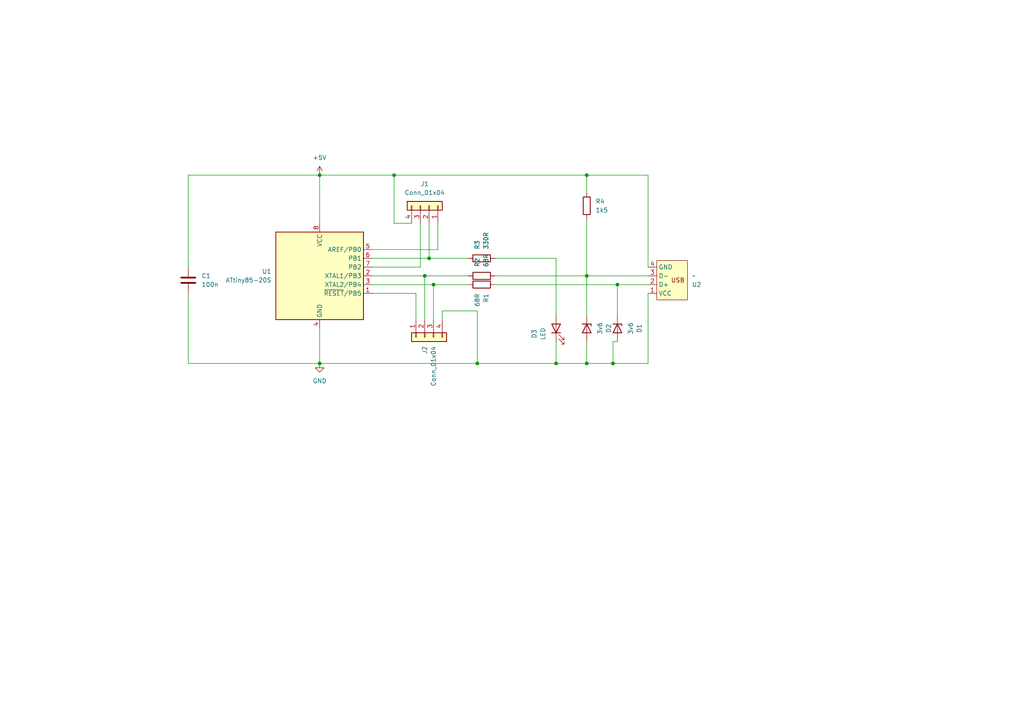
<source format=kicad_sch>
(kicad_sch
	(version 20250114)
	(generator "eeschema")
	(generator_version "9.0")
	(uuid "6dadab69-2da9-4301-8867-a07ba651fca7")
	(paper "A4")
	(lib_symbols
		(symbol "Connector_Generic:Conn_01x04"
			(pin_names
				(offset 1.016)
				(hide yes)
			)
			(exclude_from_sim no)
			(in_bom yes)
			(on_board yes)
			(property "Reference" "J"
				(at 0 5.08 0)
				(effects
					(font
						(size 1.27 1.27)
					)
				)
			)
			(property "Value" "Conn_01x04"
				(at 0 -7.62 0)
				(effects
					(font
						(size 1.27 1.27)
					)
				)
			)
			(property "Footprint" ""
				(at 0 0 0)
				(effects
					(font
						(size 1.27 1.27)
					)
					(hide yes)
				)
			)
			(property "Datasheet" "~"
				(at 0 0 0)
				(effects
					(font
						(size 1.27 1.27)
					)
					(hide yes)
				)
			)
			(property "Description" "Generic connector, single row, 01x04, script generated (kicad-library-utils/schlib/autogen/connector/)"
				(at 0 0 0)
				(effects
					(font
						(size 1.27 1.27)
					)
					(hide yes)
				)
			)
			(property "ki_keywords" "connector"
				(at 0 0 0)
				(effects
					(font
						(size 1.27 1.27)
					)
					(hide yes)
				)
			)
			(property "ki_fp_filters" "Connector*:*_1x??_*"
				(at 0 0 0)
				(effects
					(font
						(size 1.27 1.27)
					)
					(hide yes)
				)
			)
			(symbol "Conn_01x04_1_1"
				(rectangle
					(start -1.27 3.81)
					(end 1.27 -6.35)
					(stroke
						(width 0.254)
						(type default)
					)
					(fill
						(type background)
					)
				)
				(rectangle
					(start -1.27 2.667)
					(end 0 2.413)
					(stroke
						(width 0.1524)
						(type default)
					)
					(fill
						(type none)
					)
				)
				(rectangle
					(start -1.27 0.127)
					(end 0 -0.127)
					(stroke
						(width 0.1524)
						(type default)
					)
					(fill
						(type none)
					)
				)
				(rectangle
					(start -1.27 -2.413)
					(end 0 -2.667)
					(stroke
						(width 0.1524)
						(type default)
					)
					(fill
						(type none)
					)
				)
				(rectangle
					(start -1.27 -4.953)
					(end 0 -5.207)
					(stroke
						(width 0.1524)
						(type default)
					)
					(fill
						(type none)
					)
				)
				(pin passive line
					(at -5.08 2.54 0)
					(length 3.81)
					(name "Pin_1"
						(effects
							(font
								(size 1.27 1.27)
							)
						)
					)
					(number "1"
						(effects
							(font
								(size 1.27 1.27)
							)
						)
					)
				)
				(pin passive line
					(at -5.08 0 0)
					(length 3.81)
					(name "Pin_2"
						(effects
							(font
								(size 1.27 1.27)
							)
						)
					)
					(number "2"
						(effects
							(font
								(size 1.27 1.27)
							)
						)
					)
				)
				(pin passive line
					(at -5.08 -2.54 0)
					(length 3.81)
					(name "Pin_3"
						(effects
							(font
								(size 1.27 1.27)
							)
						)
					)
					(number "3"
						(effects
							(font
								(size 1.27 1.27)
							)
						)
					)
				)
				(pin passive line
					(at -5.08 -5.08 0)
					(length 3.81)
					(name "Pin_4"
						(effects
							(font
								(size 1.27 1.27)
							)
						)
					)
					(number "4"
						(effects
							(font
								(size 1.27 1.27)
							)
						)
					)
				)
			)
			(embedded_fonts no)
		)
		(symbol "Device:C"
			(pin_numbers
				(hide yes)
			)
			(pin_names
				(offset 0.254)
			)
			(exclude_from_sim no)
			(in_bom yes)
			(on_board yes)
			(property "Reference" "C"
				(at 0.635 2.54 0)
				(effects
					(font
						(size 1.27 1.27)
					)
					(justify left)
				)
			)
			(property "Value" "C"
				(at 0.635 -2.54 0)
				(effects
					(font
						(size 1.27 1.27)
					)
					(justify left)
				)
			)
			(property "Footprint" ""
				(at 0.9652 -3.81 0)
				(effects
					(font
						(size 1.27 1.27)
					)
					(hide yes)
				)
			)
			(property "Datasheet" "~"
				(at 0 0 0)
				(effects
					(font
						(size 1.27 1.27)
					)
					(hide yes)
				)
			)
			(property "Description" "Unpolarized capacitor"
				(at 0 0 0)
				(effects
					(font
						(size 1.27 1.27)
					)
					(hide yes)
				)
			)
			(property "ki_keywords" "cap capacitor"
				(at 0 0 0)
				(effects
					(font
						(size 1.27 1.27)
					)
					(hide yes)
				)
			)
			(property "ki_fp_filters" "C_*"
				(at 0 0 0)
				(effects
					(font
						(size 1.27 1.27)
					)
					(hide yes)
				)
			)
			(symbol "C_0_1"
				(polyline
					(pts
						(xy -2.032 0.762) (xy 2.032 0.762)
					)
					(stroke
						(width 0.508)
						(type default)
					)
					(fill
						(type none)
					)
				)
				(polyline
					(pts
						(xy -2.032 -0.762) (xy 2.032 -0.762)
					)
					(stroke
						(width 0.508)
						(type default)
					)
					(fill
						(type none)
					)
				)
			)
			(symbol "C_1_1"
				(pin passive line
					(at 0 3.81 270)
					(length 2.794)
					(name "~"
						(effects
							(font
								(size 1.27 1.27)
							)
						)
					)
					(number "1"
						(effects
							(font
								(size 1.27 1.27)
							)
						)
					)
				)
				(pin passive line
					(at 0 -3.81 90)
					(length 2.794)
					(name "~"
						(effects
							(font
								(size 1.27 1.27)
							)
						)
					)
					(number "2"
						(effects
							(font
								(size 1.27 1.27)
							)
						)
					)
				)
			)
			(embedded_fonts no)
		)
		(symbol "Device:D_Zener"
			(pin_numbers
				(hide yes)
			)
			(pin_names
				(offset 1.016)
				(hide yes)
			)
			(exclude_from_sim no)
			(in_bom yes)
			(on_board yes)
			(property "Reference" "D"
				(at 0 2.54 0)
				(effects
					(font
						(size 1.27 1.27)
					)
				)
			)
			(property "Value" "D_Zener"
				(at 0 -2.54 0)
				(effects
					(font
						(size 1.27 1.27)
					)
				)
			)
			(property "Footprint" ""
				(at 0 0 0)
				(effects
					(font
						(size 1.27 1.27)
					)
					(hide yes)
				)
			)
			(property "Datasheet" "~"
				(at 0 0 0)
				(effects
					(font
						(size 1.27 1.27)
					)
					(hide yes)
				)
			)
			(property "Description" "Zener diode"
				(at 0 0 0)
				(effects
					(font
						(size 1.27 1.27)
					)
					(hide yes)
				)
			)
			(property "ki_keywords" "diode"
				(at 0 0 0)
				(effects
					(font
						(size 1.27 1.27)
					)
					(hide yes)
				)
			)
			(property "ki_fp_filters" "TO-???* *_Diode_* *SingleDiode* D_*"
				(at 0 0 0)
				(effects
					(font
						(size 1.27 1.27)
					)
					(hide yes)
				)
			)
			(symbol "D_Zener_0_1"
				(polyline
					(pts
						(xy -1.27 -1.27) (xy -1.27 1.27) (xy -0.762 1.27)
					)
					(stroke
						(width 0.254)
						(type default)
					)
					(fill
						(type none)
					)
				)
				(polyline
					(pts
						(xy 1.27 0) (xy -1.27 0)
					)
					(stroke
						(width 0)
						(type default)
					)
					(fill
						(type none)
					)
				)
				(polyline
					(pts
						(xy 1.27 -1.27) (xy 1.27 1.27) (xy -1.27 0) (xy 1.27 -1.27)
					)
					(stroke
						(width 0.254)
						(type default)
					)
					(fill
						(type none)
					)
				)
			)
			(symbol "D_Zener_1_1"
				(pin passive line
					(at -3.81 0 0)
					(length 2.54)
					(name "K"
						(effects
							(font
								(size 1.27 1.27)
							)
						)
					)
					(number "1"
						(effects
							(font
								(size 1.27 1.27)
							)
						)
					)
				)
				(pin passive line
					(at 3.81 0 180)
					(length 2.54)
					(name "A"
						(effects
							(font
								(size 1.27 1.27)
							)
						)
					)
					(number "2"
						(effects
							(font
								(size 1.27 1.27)
							)
						)
					)
				)
			)
			(embedded_fonts no)
		)
		(symbol "Device:LED"
			(pin_numbers
				(hide yes)
			)
			(pin_names
				(offset 1.016)
				(hide yes)
			)
			(exclude_from_sim no)
			(in_bom yes)
			(on_board yes)
			(property "Reference" "D"
				(at 0 2.54 0)
				(effects
					(font
						(size 1.27 1.27)
					)
				)
			)
			(property "Value" "LED"
				(at 0 -2.54 0)
				(effects
					(font
						(size 1.27 1.27)
					)
				)
			)
			(property "Footprint" ""
				(at 0 0 0)
				(effects
					(font
						(size 1.27 1.27)
					)
					(hide yes)
				)
			)
			(property "Datasheet" "~"
				(at 0 0 0)
				(effects
					(font
						(size 1.27 1.27)
					)
					(hide yes)
				)
			)
			(property "Description" "Light emitting diode"
				(at 0 0 0)
				(effects
					(font
						(size 1.27 1.27)
					)
					(hide yes)
				)
			)
			(property "Sim.Pins" "1=K 2=A"
				(at 0 0 0)
				(effects
					(font
						(size 1.27 1.27)
					)
					(hide yes)
				)
			)
			(property "ki_keywords" "LED diode"
				(at 0 0 0)
				(effects
					(font
						(size 1.27 1.27)
					)
					(hide yes)
				)
			)
			(property "ki_fp_filters" "LED* LED_SMD:* LED_THT:*"
				(at 0 0 0)
				(effects
					(font
						(size 1.27 1.27)
					)
					(hide yes)
				)
			)
			(symbol "LED_0_1"
				(polyline
					(pts
						(xy -3.048 -0.762) (xy -4.572 -2.286) (xy -3.81 -2.286) (xy -4.572 -2.286) (xy -4.572 -1.524)
					)
					(stroke
						(width 0)
						(type default)
					)
					(fill
						(type none)
					)
				)
				(polyline
					(pts
						(xy -1.778 -0.762) (xy -3.302 -2.286) (xy -2.54 -2.286) (xy -3.302 -2.286) (xy -3.302 -1.524)
					)
					(stroke
						(width 0)
						(type default)
					)
					(fill
						(type none)
					)
				)
				(polyline
					(pts
						(xy -1.27 0) (xy 1.27 0)
					)
					(stroke
						(width 0)
						(type default)
					)
					(fill
						(type none)
					)
				)
				(polyline
					(pts
						(xy -1.27 -1.27) (xy -1.27 1.27)
					)
					(stroke
						(width 0.254)
						(type default)
					)
					(fill
						(type none)
					)
				)
				(polyline
					(pts
						(xy 1.27 -1.27) (xy 1.27 1.27) (xy -1.27 0) (xy 1.27 -1.27)
					)
					(stroke
						(width 0.254)
						(type default)
					)
					(fill
						(type none)
					)
				)
			)
			(symbol "LED_1_1"
				(pin passive line
					(at -3.81 0 0)
					(length 2.54)
					(name "K"
						(effects
							(font
								(size 1.27 1.27)
							)
						)
					)
					(number "1"
						(effects
							(font
								(size 1.27 1.27)
							)
						)
					)
				)
				(pin passive line
					(at 3.81 0 180)
					(length 2.54)
					(name "A"
						(effects
							(font
								(size 1.27 1.27)
							)
						)
					)
					(number "2"
						(effects
							(font
								(size 1.27 1.27)
							)
						)
					)
				)
			)
			(embedded_fonts no)
		)
		(symbol "Device:R"
			(pin_numbers
				(hide yes)
			)
			(pin_names
				(offset 0)
			)
			(exclude_from_sim no)
			(in_bom yes)
			(on_board yes)
			(property "Reference" "R"
				(at 2.032 0 90)
				(effects
					(font
						(size 1.27 1.27)
					)
				)
			)
			(property "Value" "R"
				(at 0 0 90)
				(effects
					(font
						(size 1.27 1.27)
					)
				)
			)
			(property "Footprint" ""
				(at -1.778 0 90)
				(effects
					(font
						(size 1.27 1.27)
					)
					(hide yes)
				)
			)
			(property "Datasheet" "~"
				(at 0 0 0)
				(effects
					(font
						(size 1.27 1.27)
					)
					(hide yes)
				)
			)
			(property "Description" "Resistor"
				(at 0 0 0)
				(effects
					(font
						(size 1.27 1.27)
					)
					(hide yes)
				)
			)
			(property "ki_keywords" "R res resistor"
				(at 0 0 0)
				(effects
					(font
						(size 1.27 1.27)
					)
					(hide yes)
				)
			)
			(property "ki_fp_filters" "R_*"
				(at 0 0 0)
				(effects
					(font
						(size 1.27 1.27)
					)
					(hide yes)
				)
			)
			(symbol "R_0_1"
				(rectangle
					(start -1.016 -2.54)
					(end 1.016 2.54)
					(stroke
						(width 0.254)
						(type default)
					)
					(fill
						(type none)
					)
				)
			)
			(symbol "R_1_1"
				(pin passive line
					(at 0 3.81 270)
					(length 1.27)
					(name "~"
						(effects
							(font
								(size 1.27 1.27)
							)
						)
					)
					(number "1"
						(effects
							(font
								(size 1.27 1.27)
							)
						)
					)
				)
				(pin passive line
					(at 0 -3.81 90)
					(length 1.27)
					(name "~"
						(effects
							(font
								(size 1.27 1.27)
							)
						)
					)
					(number "2"
						(effects
							(font
								(size 1.27 1.27)
							)
						)
					)
				)
			)
			(embedded_fonts no)
		)
		(symbol "MCU_Microchip_ATtiny:ATtiny85-20S"
			(exclude_from_sim no)
			(in_bom yes)
			(on_board yes)
			(property "Reference" "U"
				(at -12.7 13.97 0)
				(effects
					(font
						(size 1.27 1.27)
					)
					(justify left bottom)
				)
			)
			(property "Value" "ATtiny85-20S"
				(at 2.54 -13.97 0)
				(effects
					(font
						(size 1.27 1.27)
					)
					(justify left top)
				)
			)
			(property "Footprint" "Package_SO:SOIC-8_5.3x5.3mm_P1.27mm"
				(at 0 0 0)
				(effects
					(font
						(size 1.27 1.27)
						(italic yes)
					)
					(hide yes)
				)
			)
			(property "Datasheet" "http://ww1.microchip.com/downloads/en/DeviceDoc/atmel-2586-avr-8-bit-microcontroller-attiny25-attiny45-attiny85_datasheet.pdf"
				(at 0 0 0)
				(effects
					(font
						(size 1.27 1.27)
					)
					(hide yes)
				)
			)
			(property "Description" "20MHz, 8kB Flash, 512B SRAM, 512B EEPROM, debugWIRE, SOIC-8"
				(at 0 0 0)
				(effects
					(font
						(size 1.27 1.27)
					)
					(hide yes)
				)
			)
			(property "ki_keywords" "AVR 8bit Microcontroller tinyAVR"
				(at 0 0 0)
				(effects
					(font
						(size 1.27 1.27)
					)
					(hide yes)
				)
			)
			(property "ki_fp_filters" "*SOIC*5.3x5.3mm*P1.27mm*"
				(at 0 0 0)
				(effects
					(font
						(size 1.27 1.27)
					)
					(hide yes)
				)
			)
			(symbol "ATtiny85-20S_0_1"
				(rectangle
					(start -12.7 -12.7)
					(end 12.7 12.7)
					(stroke
						(width 0.254)
						(type default)
					)
					(fill
						(type background)
					)
				)
			)
			(symbol "ATtiny85-20S_1_1"
				(pin power_in line
					(at 0 15.24 270)
					(length 2.54)
					(name "VCC"
						(effects
							(font
								(size 1.27 1.27)
							)
						)
					)
					(number "8"
						(effects
							(font
								(size 1.27 1.27)
							)
						)
					)
				)
				(pin power_in line
					(at 0 -15.24 90)
					(length 2.54)
					(name "GND"
						(effects
							(font
								(size 1.27 1.27)
							)
						)
					)
					(number "4"
						(effects
							(font
								(size 1.27 1.27)
							)
						)
					)
				)
				(pin bidirectional line
					(at 15.24 7.62 180)
					(length 2.54)
					(name "AREF/PB0"
						(effects
							(font
								(size 1.27 1.27)
							)
						)
					)
					(number "5"
						(effects
							(font
								(size 1.27 1.27)
							)
						)
					)
				)
				(pin bidirectional line
					(at 15.24 5.08 180)
					(length 2.54)
					(name "PB1"
						(effects
							(font
								(size 1.27 1.27)
							)
						)
					)
					(number "6"
						(effects
							(font
								(size 1.27 1.27)
							)
						)
					)
				)
				(pin bidirectional line
					(at 15.24 2.54 180)
					(length 2.54)
					(name "PB2"
						(effects
							(font
								(size 1.27 1.27)
							)
						)
					)
					(number "7"
						(effects
							(font
								(size 1.27 1.27)
							)
						)
					)
				)
				(pin bidirectional line
					(at 15.24 0 180)
					(length 2.54)
					(name "XTAL1/PB3"
						(effects
							(font
								(size 1.27 1.27)
							)
						)
					)
					(number "2"
						(effects
							(font
								(size 1.27 1.27)
							)
						)
					)
				)
				(pin bidirectional line
					(at 15.24 -2.54 180)
					(length 2.54)
					(name "XTAL2/PB4"
						(effects
							(font
								(size 1.27 1.27)
							)
						)
					)
					(number "3"
						(effects
							(font
								(size 1.27 1.27)
							)
						)
					)
				)
				(pin bidirectional line
					(at 15.24 -5.08 180)
					(length 2.54)
					(name "~{RESET}/PB5"
						(effects
							(font
								(size 1.27 1.27)
							)
						)
					)
					(number "1"
						(effects
							(font
								(size 1.27 1.27)
							)
						)
					)
				)
			)
			(embedded_fonts no)
		)
		(symbol "my_cust_symb:PCB_USB_connector"
			(exclude_from_sim no)
			(in_bom yes)
			(on_board yes)
			(property "Reference" "U"
				(at 0 0 0)
				(effects
					(font
						(size 1.27 1.27)
					)
				)
			)
			(property "Value" ""
				(at 0 0 0)
				(effects
					(font
						(size 1.27 1.27)
					)
				)
			)
			(property "Footprint" ""
				(at 0 0 0)
				(effects
					(font
						(size 1.27 1.27)
					)
					(hide yes)
				)
			)
			(property "Datasheet" ""
				(at 0 0 0)
				(effects
					(font
						(size 1.27 1.27)
					)
					(hide yes)
				)
			)
			(property "Description" ""
				(at 0 0 0)
				(effects
					(font
						(size 1.27 1.27)
					)
					(hide yes)
				)
			)
			(symbol "PCB_USB_connector_1_1"
				(rectangle
					(start 2.54 5.715)
					(end 11.43 -5.715)
					(stroke
						(width 0)
						(type solid)
					)
					(fill
						(type background)
					)
				)
				(text "USB\n"
					(at 8.636 0 0)
					(effects
						(font
							(size 1.27 1.27)
						)
					)
				)
				(pin power_in line
					(at 0 3.81 0)
					(length 2.54)
					(name "VCC"
						(effects
							(font
								(size 1.27 1.27)
							)
						)
					)
					(number "1"
						(effects
							(font
								(size 1.27 1.27)
							)
						)
					)
				)
				(pin bidirectional line
					(at 0 1.27 0)
					(length 2.54)
					(name "D+"
						(effects
							(font
								(size 1.27 1.27)
							)
						)
					)
					(number "2"
						(effects
							(font
								(size 1.27 1.27)
							)
						)
					)
				)
				(pin bidirectional line
					(at 0 -1.27 0)
					(length 2.54)
					(name "D-"
						(effects
							(font
								(size 1.27 1.27)
							)
						)
					)
					(number "3"
						(effects
							(font
								(size 1.27 1.27)
							)
						)
					)
				)
				(pin power_in line
					(at 0 -3.81 0)
					(length 2.54)
					(name "GND"
						(effects
							(font
								(size 1.27 1.27)
							)
						)
					)
					(number "4"
						(effects
							(font
								(size 1.27 1.27)
							)
						)
					)
				)
			)
			(embedded_fonts no)
		)
		(symbol "power:+5V"
			(power)
			(pin_numbers
				(hide yes)
			)
			(pin_names
				(offset 0)
				(hide yes)
			)
			(exclude_from_sim no)
			(in_bom yes)
			(on_board yes)
			(property "Reference" "#PWR"
				(at 0 -3.81 0)
				(effects
					(font
						(size 1.27 1.27)
					)
					(hide yes)
				)
			)
			(property "Value" "+5V"
				(at 0 3.556 0)
				(effects
					(font
						(size 1.27 1.27)
					)
				)
			)
			(property "Footprint" ""
				(at 0 0 0)
				(effects
					(font
						(size 1.27 1.27)
					)
					(hide yes)
				)
			)
			(property "Datasheet" ""
				(at 0 0 0)
				(effects
					(font
						(size 1.27 1.27)
					)
					(hide yes)
				)
			)
			(property "Description" "Power symbol creates a global label with name \"+5V\""
				(at 0 0 0)
				(effects
					(font
						(size 1.27 1.27)
					)
					(hide yes)
				)
			)
			(property "ki_keywords" "global power"
				(at 0 0 0)
				(effects
					(font
						(size 1.27 1.27)
					)
					(hide yes)
				)
			)
			(symbol "+5V_0_1"
				(polyline
					(pts
						(xy -0.762 1.27) (xy 0 2.54)
					)
					(stroke
						(width 0)
						(type default)
					)
					(fill
						(type none)
					)
				)
				(polyline
					(pts
						(xy 0 2.54) (xy 0.762 1.27)
					)
					(stroke
						(width 0)
						(type default)
					)
					(fill
						(type none)
					)
				)
				(polyline
					(pts
						(xy 0 0) (xy 0 2.54)
					)
					(stroke
						(width 0)
						(type default)
					)
					(fill
						(type none)
					)
				)
			)
			(symbol "+5V_1_1"
				(pin power_in line
					(at 0 0 90)
					(length 0)
					(name "~"
						(effects
							(font
								(size 1.27 1.27)
							)
						)
					)
					(number "1"
						(effects
							(font
								(size 1.27 1.27)
							)
						)
					)
				)
			)
			(embedded_fonts no)
		)
		(symbol "power:GND"
			(power)
			(pin_numbers
				(hide yes)
			)
			(pin_names
				(offset 0)
				(hide yes)
			)
			(exclude_from_sim no)
			(in_bom yes)
			(on_board yes)
			(property "Reference" "#PWR"
				(at 0 -6.35 0)
				(effects
					(font
						(size 1.27 1.27)
					)
					(hide yes)
				)
			)
			(property "Value" "GND"
				(at 0 -3.81 0)
				(effects
					(font
						(size 1.27 1.27)
					)
				)
			)
			(property "Footprint" ""
				(at 0 0 0)
				(effects
					(font
						(size 1.27 1.27)
					)
					(hide yes)
				)
			)
			(property "Datasheet" ""
				(at 0 0 0)
				(effects
					(font
						(size 1.27 1.27)
					)
					(hide yes)
				)
			)
			(property "Description" "Power symbol creates a global label with name \"GND\" , ground"
				(at 0 0 0)
				(effects
					(font
						(size 1.27 1.27)
					)
					(hide yes)
				)
			)
			(property "ki_keywords" "global power"
				(at 0 0 0)
				(effects
					(font
						(size 1.27 1.27)
					)
					(hide yes)
				)
			)
			(symbol "GND_0_1"
				(polyline
					(pts
						(xy 0 0) (xy 0 -1.27) (xy 1.27 -1.27) (xy 0 -2.54) (xy -1.27 -1.27) (xy 0 -1.27)
					)
					(stroke
						(width 0)
						(type default)
					)
					(fill
						(type none)
					)
				)
			)
			(symbol "GND_1_1"
				(pin power_in line
					(at 0 0 270)
					(length 0)
					(name "~"
						(effects
							(font
								(size 1.27 1.27)
							)
						)
					)
					(number "1"
						(effects
							(font
								(size 1.27 1.27)
							)
						)
					)
				)
			)
			(embedded_fonts no)
		)
	)
	(junction
		(at 138.43 105.41)
		(diameter 0)
		(color 0 0 0 0)
		(uuid "224a7958-3607-42a9-b7ec-6f3c5616b598")
	)
	(junction
		(at 92.71 50.8)
		(diameter 0)
		(color 0 0 0 0)
		(uuid "33c46cfc-cf7e-4958-a4e3-ba511d315c24")
	)
	(junction
		(at 92.71 105.41)
		(diameter 0)
		(color 0 0 0 0)
		(uuid "35e1737a-49dc-4861-93bf-e12f0aaf86de")
	)
	(junction
		(at 170.18 50.8)
		(diameter 0)
		(color 0 0 0 0)
		(uuid "380a9ee8-3dcd-4b91-a60c-6895779cb31d")
	)
	(junction
		(at 161.29 105.41)
		(diameter 0)
		(color 0 0 0 0)
		(uuid "3cb36dff-9c81-45ff-bf5e-59713e19cb60")
	)
	(junction
		(at 125.73 82.55)
		(diameter 0)
		(color 0 0 0 0)
		(uuid "42bcacc1-082a-4ec5-9d47-336d239c15fe")
	)
	(junction
		(at 170.18 80.01)
		(diameter 0)
		(color 0 0 0 0)
		(uuid "510c0b95-9bc2-4b55-b49f-228a74e08d39")
	)
	(junction
		(at 123.19 80.01)
		(diameter 0)
		(color 0 0 0 0)
		(uuid "54662ffe-b21f-4686-a9c8-5b842c3d00fb")
	)
	(junction
		(at 170.18 105.41)
		(diameter 0)
		(color 0 0 0 0)
		(uuid "94fbfa72-3b7b-4f23-ac4c-2bce1b9f69ec")
	)
	(junction
		(at 179.07 82.55)
		(diameter 0)
		(color 0 0 0 0)
		(uuid "b0fe6fa3-1bb9-42de-8b70-c39318d5c1f2")
	)
	(junction
		(at 124.46 74.93)
		(diameter 0)
		(color 0 0 0 0)
		(uuid "b52eb127-9841-47c2-8cfc-990a55471f3a")
	)
	(junction
		(at 114.3 50.8)
		(diameter 0)
		(color 0 0 0 0)
		(uuid "c2b77822-5a1b-4ece-9b0e-a6961db3026e")
	)
	(junction
		(at 177.8 105.41)
		(diameter 0)
		(color 0 0 0 0)
		(uuid "f16ca4d4-5c8b-4454-9423-35a0a1141a63")
	)
	(wire
		(pts
			(xy 125.73 82.55) (xy 135.89 82.55)
		)
		(stroke
			(width 0)
			(type default)
		)
		(uuid "0801d08a-b704-4de3-8797-0a0706a10d84")
	)
	(wire
		(pts
			(xy 54.61 85.09) (xy 54.61 105.41)
		)
		(stroke
			(width 0)
			(type default)
		)
		(uuid "171d6ac9-a851-477e-9ca8-0460361537df")
	)
	(wire
		(pts
			(xy 143.51 80.01) (xy 170.18 80.01)
		)
		(stroke
			(width 0)
			(type default)
		)
		(uuid "18044bc7-b926-4f9d-bf2a-f85cc87ad4a5")
	)
	(wire
		(pts
			(xy 177.8 105.41) (xy 170.18 105.41)
		)
		(stroke
			(width 0)
			(type default)
		)
		(uuid "1ca1d9bd-c8c5-4edf-983a-c0d95d4feaee")
	)
	(wire
		(pts
			(xy 170.18 63.5) (xy 170.18 80.01)
		)
		(stroke
			(width 0)
			(type default)
		)
		(uuid "2092a3b8-a2eb-4184-a67f-be583d5215cb")
	)
	(wire
		(pts
			(xy 143.51 82.55) (xy 179.07 82.55)
		)
		(stroke
			(width 0)
			(type default)
		)
		(uuid "21f6881a-255f-4f6d-9525-b5372c32c9e5")
	)
	(wire
		(pts
			(xy 187.96 50.8) (xy 170.18 50.8)
		)
		(stroke
			(width 0)
			(type default)
		)
		(uuid "303d1840-7e01-43ea-a312-2830ebb53932")
	)
	(wire
		(pts
			(xy 138.43 90.17) (xy 138.43 105.41)
		)
		(stroke
			(width 0)
			(type default)
		)
		(uuid "31d4c813-aeb1-40e8-b552-73d0e7b542a5")
	)
	(wire
		(pts
			(xy 120.65 85.09) (xy 107.95 85.09)
		)
		(stroke
			(width 0)
			(type default)
		)
		(uuid "33186e8f-f00e-4107-bcde-39df682bbab8")
	)
	(wire
		(pts
			(xy 92.71 50.8) (xy 92.71 64.77)
		)
		(stroke
			(width 0)
			(type default)
		)
		(uuid "4c736834-628c-441a-80f1-4d9c16aca764")
	)
	(wire
		(pts
			(xy 107.95 74.93) (xy 124.46 74.93)
		)
		(stroke
			(width 0)
			(type default)
		)
		(uuid "575a7159-527a-44d5-998f-8eeb556ad645")
	)
	(wire
		(pts
			(xy 119.38 64.77) (xy 114.3 64.77)
		)
		(stroke
			(width 0)
			(type default)
		)
		(uuid "590d1a49-dcae-4f2d-834a-e8458230cf0e")
	)
	(wire
		(pts
			(xy 121.92 64.77) (xy 121.92 77.47)
		)
		(stroke
			(width 0)
			(type default)
		)
		(uuid "5d081dd7-a0e2-41a9-82d3-64b127ab88e0")
	)
	(wire
		(pts
			(xy 125.73 82.55) (xy 125.73 92.71)
		)
		(stroke
			(width 0)
			(type default)
		)
		(uuid "637de2fe-d173-47a8-af4d-d4ebff9edbcf")
	)
	(wire
		(pts
			(xy 124.46 64.77) (xy 124.46 74.93)
		)
		(stroke
			(width 0)
			(type default)
		)
		(uuid "669cdf70-0234-469d-85f0-d9e161ae2cab")
	)
	(wire
		(pts
			(xy 127 64.77) (xy 127 72.39)
		)
		(stroke
			(width 0)
			(type default)
		)
		(uuid "69783dd9-f0c9-431d-88d6-107b38c8c03c")
	)
	(wire
		(pts
			(xy 121.92 77.47) (xy 107.95 77.47)
		)
		(stroke
			(width 0)
			(type default)
		)
		(uuid "69b09e52-90a3-49f1-bcd6-f5ee538703cd")
	)
	(wire
		(pts
			(xy 170.18 80.01) (xy 170.18 91.44)
		)
		(stroke
			(width 0)
			(type default)
		)
		(uuid "6e9aa3f7-e31b-49ac-a8d0-73e2960b43f3")
	)
	(wire
		(pts
			(xy 54.61 50.8) (xy 92.71 50.8)
		)
		(stroke
			(width 0)
			(type default)
		)
		(uuid "6fc9967b-dc1c-4f76-bc2b-beb190a4a3d0")
	)
	(wire
		(pts
			(xy 177.8 99.06) (xy 179.07 99.06)
		)
		(stroke
			(width 0)
			(type default)
		)
		(uuid "7ce0bd17-2bbd-418d-82ae-286d8ce8a551")
	)
	(wire
		(pts
			(xy 92.71 105.41) (xy 138.43 105.41)
		)
		(stroke
			(width 0)
			(type default)
		)
		(uuid "7e65f085-8a86-47e1-af49-6f45b4e1586f")
	)
	(wire
		(pts
			(xy 107.95 80.01) (xy 123.19 80.01)
		)
		(stroke
			(width 0)
			(type default)
		)
		(uuid "821b671d-2ada-41cb-85da-9eb2678c8df3")
	)
	(wire
		(pts
			(xy 92.71 95.25) (xy 92.71 105.41)
		)
		(stroke
			(width 0)
			(type default)
		)
		(uuid "87f6425d-9afb-488f-b04c-0ca3b1093c12")
	)
	(wire
		(pts
			(xy 177.8 105.41) (xy 187.96 105.41)
		)
		(stroke
			(width 0)
			(type default)
		)
		(uuid "89950261-de88-4944-b7a7-38718f1b3a8a")
	)
	(wire
		(pts
			(xy 170.18 80.01) (xy 187.96 80.01)
		)
		(stroke
			(width 0)
			(type default)
		)
		(uuid "8ce7c824-b44d-4a72-8187-53b827edf2c6")
	)
	(wire
		(pts
			(xy 127 72.39) (xy 107.95 72.39)
		)
		(stroke
			(width 0)
			(type default)
		)
		(uuid "8db7c3ae-da10-4fad-a76e-f7959dd765a4")
	)
	(wire
		(pts
			(xy 128.27 90.17) (xy 138.43 90.17)
		)
		(stroke
			(width 0)
			(type default)
		)
		(uuid "8edcae55-cf56-4e0e-a016-cac7f02ecf81")
	)
	(wire
		(pts
			(xy 161.29 74.93) (xy 161.29 91.44)
		)
		(stroke
			(width 0)
			(type default)
		)
		(uuid "92d9955d-ea87-412f-a9e6-76b40f8a6a2d")
	)
	(wire
		(pts
			(xy 161.29 99.06) (xy 161.29 105.41)
		)
		(stroke
			(width 0)
			(type default)
		)
		(uuid "990e7464-9980-48e8-9518-bd31a2fe4bcc")
	)
	(wire
		(pts
			(xy 123.19 80.01) (xy 123.19 92.71)
		)
		(stroke
			(width 0)
			(type default)
		)
		(uuid "9f7aa710-40ec-48f9-8fb0-6b8d8dea5bab")
	)
	(wire
		(pts
			(xy 138.43 105.41) (xy 161.29 105.41)
		)
		(stroke
			(width 0)
			(type default)
		)
		(uuid "a22d549a-35aa-4a11-8297-18267b7fc20e")
	)
	(wire
		(pts
			(xy 179.07 82.55) (xy 179.07 91.44)
		)
		(stroke
			(width 0)
			(type default)
		)
		(uuid "a74be36e-6dfb-42c9-97fe-6bbe41563fe4")
	)
	(wire
		(pts
			(xy 123.19 80.01) (xy 135.89 80.01)
		)
		(stroke
			(width 0)
			(type default)
		)
		(uuid "b78ff985-940f-498b-91d1-e4a2645c4d70")
	)
	(wire
		(pts
			(xy 120.65 92.71) (xy 120.65 85.09)
		)
		(stroke
			(width 0)
			(type default)
		)
		(uuid "b8a352f6-5c43-4385-b9b9-c35ef9c54639")
	)
	(wire
		(pts
			(xy 161.29 105.41) (xy 170.18 105.41)
		)
		(stroke
			(width 0)
			(type default)
		)
		(uuid "b9b40e0a-2830-4b13-86e7-a2b04e009e3f")
	)
	(wire
		(pts
			(xy 187.96 77.47) (xy 187.96 50.8)
		)
		(stroke
			(width 0)
			(type default)
		)
		(uuid "bd1a3ca4-3764-45fd-be19-a90d1940e315")
	)
	(wire
		(pts
			(xy 170.18 99.06) (xy 170.18 105.41)
		)
		(stroke
			(width 0)
			(type default)
		)
		(uuid "bf61cbd5-7c84-4dd1-8a17-1fb392c5a5dc")
	)
	(wire
		(pts
			(xy 128.27 92.71) (xy 128.27 90.17)
		)
		(stroke
			(width 0)
			(type default)
		)
		(uuid "c000ec9d-8d2a-48ff-a0ef-6ffad2393e8b")
	)
	(wire
		(pts
			(xy 187.96 85.09) (xy 187.96 105.41)
		)
		(stroke
			(width 0)
			(type default)
		)
		(uuid "c1a1bca3-33f6-43e8-acae-6861bc8d2351")
	)
	(wire
		(pts
			(xy 124.46 74.93) (xy 135.89 74.93)
		)
		(stroke
			(width 0)
			(type default)
		)
		(uuid "c3117ad6-8d14-46b2-b8cd-0dab427f31af")
	)
	(wire
		(pts
			(xy 54.61 50.8) (xy 54.61 77.47)
		)
		(stroke
			(width 0)
			(type default)
		)
		(uuid "c59c706d-f5e6-441f-b59c-cfa16329e8b8")
	)
	(wire
		(pts
			(xy 179.07 82.55) (xy 187.96 82.55)
		)
		(stroke
			(width 0)
			(type default)
		)
		(uuid "c9c1e1ad-8b44-46f5-a351-8fa3721666a1")
	)
	(wire
		(pts
			(xy 54.61 105.41) (xy 92.71 105.41)
		)
		(stroke
			(width 0)
			(type default)
		)
		(uuid "cbc6e726-d89c-4331-b7ae-1ecf581457c3")
	)
	(wire
		(pts
			(xy 107.95 82.55) (xy 125.73 82.55)
		)
		(stroke
			(width 0)
			(type default)
		)
		(uuid "cee380c0-71d0-4318-8484-255fe6ad30dc")
	)
	(wire
		(pts
			(xy 114.3 50.8) (xy 170.18 50.8)
		)
		(stroke
			(width 0)
			(type default)
		)
		(uuid "d5978b25-c3fe-4a8b-a401-fe7229103e7d")
	)
	(wire
		(pts
			(xy 114.3 64.77) (xy 114.3 50.8)
		)
		(stroke
			(width 0)
			(type default)
		)
		(uuid "e5cfe69e-a4eb-454f-a462-a4d1e72c0aa1")
	)
	(wire
		(pts
			(xy 170.18 50.8) (xy 170.18 55.88)
		)
		(stroke
			(width 0)
			(type default)
		)
		(uuid "e5fa9774-baf6-4b6d-bc67-6fd2762b06de")
	)
	(wire
		(pts
			(xy 92.71 50.8) (xy 114.3 50.8)
		)
		(stroke
			(width 0)
			(type default)
		)
		(uuid "e804e572-8408-44db-94d5-db398342a43c")
	)
	(wire
		(pts
			(xy 177.8 99.06) (xy 177.8 105.41)
		)
		(stroke
			(width 0)
			(type default)
		)
		(uuid "ee0b1011-ebd5-4fc0-b8a7-2656d1b9d732")
	)
	(wire
		(pts
			(xy 143.51 74.93) (xy 161.29 74.93)
		)
		(stroke
			(width 0)
			(type default)
		)
		(uuid "f54e725d-f85c-46d4-9498-1faf9c2022dc")
	)
	(symbol
		(lib_id "Device:R")
		(at 170.18 59.69 0)
		(unit 1)
		(exclude_from_sim no)
		(in_bom yes)
		(on_board yes)
		(dnp no)
		(fields_autoplaced yes)
		(uuid "08d663d3-bc42-4732-93aa-3b7a8d79f467")
		(property "Reference" "R4"
			(at 172.72 58.4199 0)
			(effects
				(font
					(size 1.27 1.27)
				)
				(justify left)
			)
		)
		(property "Value" "1k5"
			(at 172.72 60.9599 0)
			(effects
				(font
					(size 1.27 1.27)
				)
				(justify left)
			)
		)
		(property "Footprint" "Resistor_SMD:R_0805_2012Metric_Pad1.20x1.40mm_HandSolder"
			(at 168.402 59.69 90)
			(effects
				(font
					(size 1.27 1.27)
				)
				(hide yes)
			)
		)
		(property "Datasheet" "~"
			(at 170.18 59.69 0)
			(effects
				(font
					(size 1.27 1.27)
				)
				(hide yes)
			)
		)
		(property "Description" "Resistor"
			(at 170.18 59.69 0)
			(effects
				(font
					(size 1.27 1.27)
				)
				(hide yes)
			)
		)
		(pin "2"
			(uuid "4ed824cc-5d18-45a7-84a5-85240844915d")
		)
		(pin "1"
			(uuid "54ee1180-d030-483f-80dc-764f4c10a200")
		)
		(instances
			(project "USB"
				(path "/6dadab69-2da9-4301-8867-a07ba651fca7"
					(reference "R4")
					(unit 1)
				)
			)
		)
	)
	(symbol
		(lib_id "Device:R")
		(at 139.7 82.55 270)
		(unit 1)
		(exclude_from_sim no)
		(in_bom yes)
		(on_board yes)
		(dnp no)
		(fields_autoplaced yes)
		(uuid "097ad792-2135-4cf3-9877-9d29c16cde3e")
		(property "Reference" "R1"
			(at 140.9701 85.09 0)
			(effects
				(font
					(size 1.27 1.27)
				)
				(justify left)
			)
		)
		(property "Value" "68R"
			(at 138.4301 85.09 0)
			(effects
				(font
					(size 1.27 1.27)
				)
				(justify left)
			)
		)
		(property "Footprint" "Resistor_SMD:R_0805_2012Metric_Pad1.20x1.40mm_HandSolder"
			(at 139.7 80.772 90)
			(effects
				(font
					(size 1.27 1.27)
				)
				(hide yes)
			)
		)
		(property "Datasheet" "~"
			(at 139.7 82.55 0)
			(effects
				(font
					(size 1.27 1.27)
				)
				(hide yes)
			)
		)
		(property "Description" "Resistor"
			(at 139.7 82.55 0)
			(effects
				(font
					(size 1.27 1.27)
				)
				(hide yes)
			)
		)
		(pin "2"
			(uuid "424b51ab-f794-4248-a3e3-6773b955476b")
		)
		(pin "1"
			(uuid "d8715446-eff9-4fe7-9188-87bbba346af1")
		)
		(instances
			(project ""
				(path "/6dadab69-2da9-4301-8867-a07ba651fca7"
					(reference "R1")
					(unit 1)
				)
			)
		)
	)
	(symbol
		(lib_id "Device:D_Zener")
		(at 179.07 95.25 270)
		(unit 1)
		(exclude_from_sim no)
		(in_bom yes)
		(on_board yes)
		(dnp no)
		(fields_autoplaced yes)
		(uuid "0eb8afb7-7285-4873-8e25-af33cdc0bc78")
		(property "Reference" "D1"
			(at 185.42 95.25 0)
			(effects
				(font
					(size 1.27 1.27)
				)
			)
		)
		(property "Value" "3v6"
			(at 182.88 95.25 0)
			(effects
				(font
					(size 1.27 1.27)
				)
			)
		)
		(property "Footprint" "Diode_SMD:D_SOD-123"
			(at 179.07 95.25 0)
			(effects
				(font
					(size 1.27 1.27)
				)
				(hide yes)
			)
		)
		(property "Datasheet" "~"
			(at 179.07 95.25 0)
			(effects
				(font
					(size 1.27 1.27)
				)
				(hide yes)
			)
		)
		(property "Description" "Zener diode"
			(at 179.07 95.25 0)
			(effects
				(font
					(size 1.27 1.27)
				)
				(hide yes)
			)
		)
		(pin "2"
			(uuid "617b7a71-5971-4fb7-a316-93e7a190e364")
		)
		(pin "1"
			(uuid "b1e3fe42-e726-4233-86dc-37d045d0ed41")
		)
		(instances
			(project ""
				(path "/6dadab69-2da9-4301-8867-a07ba651fca7"
					(reference "D1")
					(unit 1)
				)
			)
		)
	)
	(symbol
		(lib_id "Device:D_Zener")
		(at 170.18 95.25 270)
		(unit 1)
		(exclude_from_sim no)
		(in_bom yes)
		(on_board yes)
		(dnp no)
		(fields_autoplaced yes)
		(uuid "1a79aa6d-24e5-4c0b-9152-3430ba68fead")
		(property "Reference" "D2"
			(at 176.53 95.25 0)
			(effects
				(font
					(size 1.27 1.27)
				)
			)
		)
		(property "Value" "3v6"
			(at 173.99 95.25 0)
			(effects
				(font
					(size 1.27 1.27)
				)
			)
		)
		(property "Footprint" "Diode_SMD:D_SOD-123"
			(at 170.18 95.25 0)
			(effects
				(font
					(size 1.27 1.27)
				)
				(hide yes)
			)
		)
		(property "Datasheet" "~"
			(at 170.18 95.25 0)
			(effects
				(font
					(size 1.27 1.27)
				)
				(hide yes)
			)
		)
		(property "Description" "Zener diode"
			(at 170.18 95.25 0)
			(effects
				(font
					(size 1.27 1.27)
				)
				(hide yes)
			)
		)
		(pin "2"
			(uuid "6e99e9f5-788e-4df5-b1f6-654465a7333b")
		)
		(pin "1"
			(uuid "c4c5bd6b-0025-4220-a948-12110634c447")
		)
		(instances
			(project "USB"
				(path "/6dadab69-2da9-4301-8867-a07ba651fca7"
					(reference "D2")
					(unit 1)
				)
			)
		)
	)
	(symbol
		(lib_id "Device:R")
		(at 139.7 74.93 90)
		(unit 1)
		(exclude_from_sim no)
		(in_bom yes)
		(on_board yes)
		(dnp no)
		(fields_autoplaced yes)
		(uuid "2e6f28c0-998c-49ff-9a8f-199084bc2a19")
		(property "Reference" "R3"
			(at 138.4299 72.39 0)
			(effects
				(font
					(size 1.27 1.27)
				)
				(justify left)
			)
		)
		(property "Value" "330R"
			(at 140.9699 72.39 0)
			(effects
				(font
					(size 1.27 1.27)
				)
				(justify left)
			)
		)
		(property "Footprint" "Resistor_SMD:R_0805_2012Metric_Pad1.20x1.40mm_HandSolder"
			(at 139.7 76.708 90)
			(effects
				(font
					(size 1.27 1.27)
				)
				(hide yes)
			)
		)
		(property "Datasheet" "~"
			(at 139.7 74.93 0)
			(effects
				(font
					(size 1.27 1.27)
				)
				(hide yes)
			)
		)
		(property "Description" "Resistor"
			(at 139.7 74.93 0)
			(effects
				(font
					(size 1.27 1.27)
				)
				(hide yes)
			)
		)
		(pin "2"
			(uuid "b4cce7ca-4dc7-4acc-86cf-907d3d0479fc")
		)
		(pin "1"
			(uuid "c90c7a24-1d30-4585-b2b2-138e9ee5b2a2")
		)
		(instances
			(project "USB"
				(path "/6dadab69-2da9-4301-8867-a07ba651fca7"
					(reference "R3")
					(unit 1)
				)
			)
		)
	)
	(symbol
		(lib_id "Connector_Generic:Conn_01x04")
		(at 123.19 97.79 90)
		(mirror x)
		(unit 1)
		(exclude_from_sim no)
		(in_bom yes)
		(on_board yes)
		(dnp no)
		(fields_autoplaced yes)
		(uuid "36478ba4-bc1f-4132-a85f-c703e02baab8")
		(property "Reference" "J2"
			(at 123.1899 100.33 0)
			(effects
				(font
					(size 1.27 1.27)
				)
				(justify left)
			)
		)
		(property "Value" "Conn_01x04"
			(at 125.7299 100.33 0)
			(effects
				(font
					(size 1.27 1.27)
				)
				(justify left)
			)
		)
		(property "Footprint" "Connector_PinHeader_2.54mm:PinHeader_1x04_P2.54mm_Vertical"
			(at 123.19 97.79 0)
			(effects
				(font
					(size 1.27 1.27)
				)
				(hide yes)
			)
		)
		(property "Datasheet" "~"
			(at 123.19 97.79 0)
			(effects
				(font
					(size 1.27 1.27)
				)
				(hide yes)
			)
		)
		(property "Description" "Generic connector, single row, 01x04, script generated (kicad-library-utils/schlib/autogen/connector/)"
			(at 123.19 97.79 0)
			(effects
				(font
					(size 1.27 1.27)
				)
				(hide yes)
			)
		)
		(pin "1"
			(uuid "93e6ffe4-4320-4497-8475-323312c0d821")
		)
		(pin "4"
			(uuid "bc763aa8-3e19-4b5a-ac19-3607ee7d950e")
		)
		(pin "2"
			(uuid "da4be125-1081-4da4-8d59-87adc005edfd")
		)
		(pin "3"
			(uuid "7873d463-bb2a-4f22-9ac7-76a6385992f5")
		)
		(instances
			(project "USB"
				(path "/6dadab69-2da9-4301-8867-a07ba651fca7"
					(reference "J2")
					(unit 1)
				)
			)
		)
	)
	(symbol
		(lib_id "Connector_Generic:Conn_01x04")
		(at 124.46 59.69 270)
		(mirror x)
		(unit 1)
		(exclude_from_sim no)
		(in_bom yes)
		(on_board yes)
		(dnp no)
		(fields_autoplaced yes)
		(uuid "4c4cbad5-a820-4fd9-ba18-416d14288a2b")
		(property "Reference" "J1"
			(at 123.19 53.34 90)
			(effects
				(font
					(size 1.27 1.27)
				)
			)
		)
		(property "Value" "Conn_01x04"
			(at 123.19 55.88 90)
			(effects
				(font
					(size 1.27 1.27)
				)
			)
		)
		(property "Footprint" "Connector_PinHeader_2.54mm:PinHeader_1x04_P2.54mm_Vertical"
			(at 124.46 59.69 0)
			(effects
				(font
					(size 1.27 1.27)
				)
				(hide yes)
			)
		)
		(property "Datasheet" "~"
			(at 124.46 59.69 0)
			(effects
				(font
					(size 1.27 1.27)
				)
				(hide yes)
			)
		)
		(property "Description" "Generic connector, single row, 01x04, script generated (kicad-library-utils/schlib/autogen/connector/)"
			(at 124.46 59.69 0)
			(effects
				(font
					(size 1.27 1.27)
				)
				(hide yes)
			)
		)
		(pin "3"
			(uuid "f49f3bab-fdff-483f-aa0a-b42f3885cc28")
		)
		(pin "1"
			(uuid "1f8f8605-ca6a-474d-b8df-1255f069a09d")
		)
		(pin "2"
			(uuid "1b72031a-f206-4eb2-9ce8-55faa94e842c")
		)
		(pin "4"
			(uuid "bc6b6729-f023-40c1-b22c-279960b351e8")
		)
		(instances
			(project ""
				(path "/6dadab69-2da9-4301-8867-a07ba651fca7"
					(reference "J1")
					(unit 1)
				)
			)
		)
	)
	(symbol
		(lib_id "power:+5V")
		(at 92.71 50.8 0)
		(unit 1)
		(exclude_from_sim no)
		(in_bom yes)
		(on_board yes)
		(dnp no)
		(fields_autoplaced yes)
		(uuid "59fc0ad3-68ed-45f9-8097-4c32aa848290")
		(property "Reference" "#PWR02"
			(at 92.71 54.61 0)
			(effects
				(font
					(size 1.27 1.27)
				)
				(hide yes)
			)
		)
		(property "Value" "+5V"
			(at 92.71 45.72 0)
			(effects
				(font
					(size 1.27 1.27)
				)
			)
		)
		(property "Footprint" ""
			(at 92.71 50.8 0)
			(effects
				(font
					(size 1.27 1.27)
				)
				(hide yes)
			)
		)
		(property "Datasheet" ""
			(at 92.71 50.8 0)
			(effects
				(font
					(size 1.27 1.27)
				)
				(hide yes)
			)
		)
		(property "Description" "Power symbol creates a global label with name \"+5V\""
			(at 92.71 50.8 0)
			(effects
				(font
					(size 1.27 1.27)
				)
				(hide yes)
			)
		)
		(pin "1"
			(uuid "aa9c5ab1-0d04-466e-9b2a-5219b056abb7")
		)
		(instances
			(project ""
				(path "/6dadab69-2da9-4301-8867-a07ba651fca7"
					(reference "#PWR02")
					(unit 1)
				)
			)
		)
	)
	(symbol
		(lib_id "Device:C")
		(at 54.61 81.28 0)
		(unit 1)
		(exclude_from_sim no)
		(in_bom yes)
		(on_board yes)
		(dnp no)
		(fields_autoplaced yes)
		(uuid "5d625908-2efb-49cf-a1dc-bd2c0f83cb2a")
		(property "Reference" "C1"
			(at 58.42 80.0099 0)
			(effects
				(font
					(size 1.27 1.27)
				)
				(justify left)
			)
		)
		(property "Value" "100n"
			(at 58.42 82.5499 0)
			(effects
				(font
					(size 1.27 1.27)
				)
				(justify left)
			)
		)
		(property "Footprint" "Capacitor_SMD:C_1206_3216Metric"
			(at 55.5752 85.09 0)
			(effects
				(font
					(size 1.27 1.27)
				)
				(hide yes)
			)
		)
		(property "Datasheet" "~"
			(at 54.61 81.28 0)
			(effects
				(font
					(size 1.27 1.27)
				)
				(hide yes)
			)
		)
		(property "Description" "Unpolarized capacitor"
			(at 54.61 81.28 0)
			(effects
				(font
					(size 1.27 1.27)
				)
				(hide yes)
			)
		)
		(pin "1"
			(uuid "30c5d081-1ccd-47dc-97ae-94758f3c6d71")
		)
		(pin "2"
			(uuid "b275c449-3623-4722-aafd-82441266fe5b")
		)
		(instances
			(project ""
				(path "/6dadab69-2da9-4301-8867-a07ba651fca7"
					(reference "C1")
					(unit 1)
				)
			)
		)
	)
	(symbol
		(lib_id "Device:LED")
		(at 161.29 95.25 90)
		(unit 1)
		(exclude_from_sim no)
		(in_bom yes)
		(on_board yes)
		(dnp no)
		(fields_autoplaced yes)
		(uuid "65dc201b-a480-4092-bdec-02f959067db9")
		(property "Reference" "D3"
			(at 154.94 96.8375 0)
			(effects
				(font
					(size 1.27 1.27)
				)
			)
		)
		(property "Value" "LED"
			(at 157.48 96.8375 0)
			(effects
				(font
					(size 1.27 1.27)
				)
			)
		)
		(property "Footprint" "LED_THT:LED_D3.0mm"
			(at 161.29 95.25 0)
			(effects
				(font
					(size 1.27 1.27)
				)
				(hide yes)
			)
		)
		(property "Datasheet" "~"
			(at 161.29 95.25 0)
			(effects
				(font
					(size 1.27 1.27)
				)
				(hide yes)
			)
		)
		(property "Description" "Light emitting diode"
			(at 161.29 95.25 0)
			(effects
				(font
					(size 1.27 1.27)
				)
				(hide yes)
			)
		)
		(property "Sim.Pins" "1=K 2=A"
			(at 161.29 95.25 0)
			(effects
				(font
					(size 1.27 1.27)
				)
				(hide yes)
			)
		)
		(pin "1"
			(uuid "888c2af7-9915-465e-aa6a-1c361ec789a8")
		)
		(pin "2"
			(uuid "5e9a5a09-6cc3-4050-8d47-814a9dc791da")
		)
		(instances
			(project ""
				(path "/6dadab69-2da9-4301-8867-a07ba651fca7"
					(reference "D3")
					(unit 1)
				)
			)
		)
	)
	(symbol
		(lib_id "Device:R")
		(at 139.7 80.01 90)
		(unit 1)
		(exclude_from_sim no)
		(in_bom yes)
		(on_board yes)
		(dnp no)
		(fields_autoplaced yes)
		(uuid "c8ecaa31-9119-438b-a509-00bf527bde22")
		(property "Reference" "R2"
			(at 138.4299 77.47 0)
			(effects
				(font
					(size 1.27 1.27)
				)
				(justify left)
			)
		)
		(property "Value" "68R"
			(at 140.9699 77.47 0)
			(effects
				(font
					(size 1.27 1.27)
				)
				(justify left)
			)
		)
		(property "Footprint" "Resistor_SMD:R_0805_2012Metric_Pad1.20x1.40mm_HandSolder"
			(at 139.7 81.788 90)
			(effects
				(font
					(size 1.27 1.27)
				)
				(hide yes)
			)
		)
		(property "Datasheet" "~"
			(at 139.7 80.01 0)
			(effects
				(font
					(size 1.27 1.27)
				)
				(hide yes)
			)
		)
		(property "Description" "Resistor"
			(at 139.7 80.01 0)
			(effects
				(font
					(size 1.27 1.27)
				)
				(hide yes)
			)
		)
		(pin "2"
			(uuid "fcdffc9e-93bd-4d66-a331-f2b427996255")
		)
		(pin "1"
			(uuid "700b584c-14d9-4479-8921-f37b641f28bb")
		)
		(instances
			(project "USB"
				(path "/6dadab69-2da9-4301-8867-a07ba651fca7"
					(reference "R2")
					(unit 1)
				)
			)
		)
	)
	(symbol
		(lib_id "MCU_Microchip_ATtiny:ATtiny85-20S")
		(at 92.71 80.01 0)
		(unit 1)
		(exclude_from_sim no)
		(in_bom yes)
		(on_board yes)
		(dnp no)
		(fields_autoplaced yes)
		(uuid "cbdd7a8e-4045-4dd3-8c4a-9e05ae45f65f")
		(property "Reference" "U1"
			(at 78.74 78.7399 0)
			(effects
				(font
					(size 1.27 1.27)
				)
				(justify right)
			)
		)
		(property "Value" "ATtiny85-20S"
			(at 78.74 81.2799 0)
			(effects
				(font
					(size 1.27 1.27)
				)
				(justify right)
			)
		)
		(property "Footprint" "Package_SO:SOIC-8_5.3x5.3mm_P1.27mm"
			(at 92.71 80.01 0)
			(effects
				(font
					(size 1.27 1.27)
					(italic yes)
				)
				(hide yes)
			)
		)
		(property "Datasheet" "http://ww1.microchip.com/downloads/en/DeviceDoc/atmel-2586-avr-8-bit-microcontroller-attiny25-attiny45-attiny85_datasheet.pdf"
			(at 92.71 80.01 0)
			(effects
				(font
					(size 1.27 1.27)
				)
				(hide yes)
			)
		)
		(property "Description" "20MHz, 8kB Flash, 512B SRAM, 512B EEPROM, debugWIRE, SOIC-8"
			(at 92.71 80.01 0)
			(effects
				(font
					(size 1.27 1.27)
				)
				(hide yes)
			)
		)
		(pin "4"
			(uuid "3b70a3fb-5b08-42dc-b00a-043d4081bb02")
		)
		(pin "2"
			(uuid "22ae15c6-bd88-433d-b0dd-c210589fa4c3")
		)
		(pin "7"
			(uuid "12a4b3f7-562d-4e89-8941-b46b49b92be6")
		)
		(pin "3"
			(uuid "a8cd862c-ae75-4329-8739-0894e1477bef")
		)
		(pin "6"
			(uuid "9280375f-4096-4b13-922c-1ee9be352cba")
		)
		(pin "1"
			(uuid "28e653d5-6228-4493-8233-a19e1e38ade6")
		)
		(pin "5"
			(uuid "fb5d28ba-1f6f-4e18-92c0-01d6a224142b")
		)
		(pin "8"
			(uuid "ce59bf71-ffa5-4075-9acf-14720b6cfe22")
		)
		(instances
			(project ""
				(path "/6dadab69-2da9-4301-8867-a07ba651fca7"
					(reference "U1")
					(unit 1)
				)
			)
		)
	)
	(symbol
		(lib_id "power:GND")
		(at 92.71 105.41 0)
		(unit 1)
		(exclude_from_sim no)
		(in_bom yes)
		(on_board yes)
		(dnp no)
		(fields_autoplaced yes)
		(uuid "d0230689-1ca1-4369-b5b6-1006a7accdf9")
		(property "Reference" "#PWR01"
			(at 92.71 111.76 0)
			(effects
				(font
					(size 1.27 1.27)
				)
				(hide yes)
			)
		)
		(property "Value" "GND"
			(at 92.71 110.49 0)
			(effects
				(font
					(size 1.27 1.27)
				)
			)
		)
		(property "Footprint" ""
			(at 92.71 105.41 0)
			(effects
				(font
					(size 1.27 1.27)
				)
				(hide yes)
			)
		)
		(property "Datasheet" ""
			(at 92.71 105.41 0)
			(effects
				(font
					(size 1.27 1.27)
				)
				(hide yes)
			)
		)
		(property "Description" "Power symbol creates a global label with name \"GND\" , ground"
			(at 92.71 105.41 0)
			(effects
				(font
					(size 1.27 1.27)
				)
				(hide yes)
			)
		)
		(pin "1"
			(uuid "e2d7b5bf-5b8f-4ff5-a8b4-452693f6e26f")
		)
		(instances
			(project ""
				(path "/6dadab69-2da9-4301-8867-a07ba651fca7"
					(reference "#PWR01")
					(unit 1)
				)
			)
		)
	)
	(symbol
		(lib_id "my_cust_symb:PCB_USB_connector")
		(at 187.96 81.28 0)
		(mirror x)
		(unit 1)
		(exclude_from_sim no)
		(in_bom yes)
		(on_board yes)
		(dnp no)
		(fields_autoplaced yes)
		(uuid "d6d41cb8-d3b8-4fad-97bb-85089e509676")
		(property "Reference" "U2"
			(at 200.66 82.5501 0)
			(effects
				(font
					(size 1.27 1.27)
				)
				(justify left)
			)
		)
		(property "Value" "~"
			(at 200.66 80.0101 0)
			(effects
				(font
					(size 1.27 1.27)
				)
				(justify left)
			)
		)
		(property "Footprint" "My_cust_footprint:Untitled"
			(at 187.96 81.28 0)
			(effects
				(font
					(size 1.27 1.27)
				)
				(hide yes)
			)
		)
		(property "Datasheet" ""
			(at 187.96 81.28 0)
			(effects
				(font
					(size 1.27 1.27)
				)
				(hide yes)
			)
		)
		(property "Description" ""
			(at 187.96 81.28 0)
			(effects
				(font
					(size 1.27 1.27)
				)
				(hide yes)
			)
		)
		(pin "3"
			(uuid "66932845-16c6-41ca-91cb-b08c87f8fdc7")
		)
		(pin "4"
			(uuid "8db87c23-f0f0-4a32-bf09-a7b966f293c8")
		)
		(pin "2"
			(uuid "29d46f27-3d4c-4f88-a0ad-c7a58a5b7b13")
		)
		(pin "1"
			(uuid "2f396568-7291-4b2b-b178-e615633a7e2a")
		)
		(instances
			(project ""
				(path "/6dadab69-2da9-4301-8867-a07ba651fca7"
					(reference "U2")
					(unit 1)
				)
			)
		)
	)
	(sheet_instances
		(path "/"
			(page "1")
		)
	)
	(embedded_fonts no)
)

</source>
